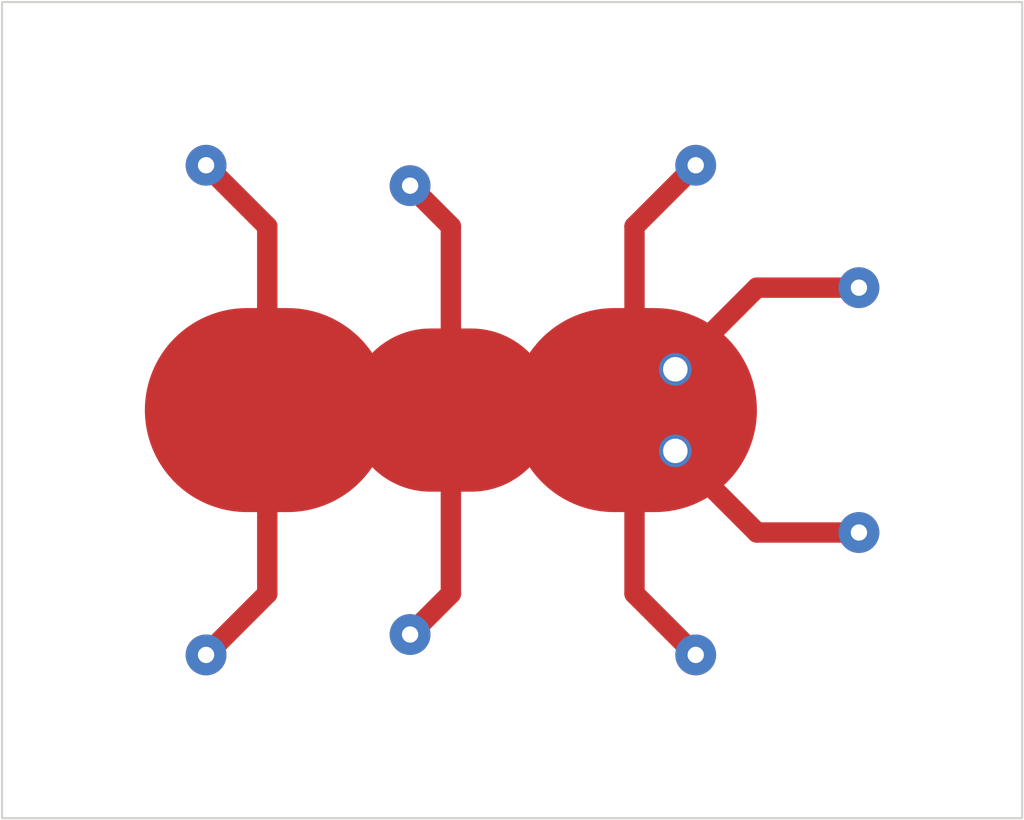
<source format=kicad_pcb>
(kicad_pcb (version 20211014) (generator pcbnew)
  (layers (0 "F.Cu" signal) (31 "B.Cu" signal) (34 "B.Paste" user) (35 "F.Paste" user) (36 "B.SilkS" user "B.Silkscreen") (37 "F.SilkS" user "F.Silkscreen") (38 "B.Mask" user) (39 "F.Mask" user) (44 "Edge.Cuts" user))
  (net 0 "")
  (footprint "" (layer "F.Cu") (at 140.5 90)
    (fp_text reference "" hide)
    (fp_text value "" hide)
    (pad "P$1" smd oval locked (at 0 0 90) (size 5 6) (layers "F.Cu"))
  )
  (footprint "Connectors:PAD.03X.05" (layer "F.Cu") (at 136 90)
    (fp_text reference "Ref**" hide)
    (fp_text value "Val**" hide)
    (pad "P$1" smd oval locked (at 0 0) (size 5 4) (layers "F.Cu"))
  )
  (footprint "" (layer "F.Cu") (at 131.5 90)
    (fp_text reference "" hide)
    (fp_text value "" hide)
    (pad "P$1" smd oval locked (at 0 0 90) (size 5 6) (layers "F.Cu"))
  )
  (gr_rect (start 125 80) (end 150 100) (layer "Edge.Cuts") (width 0.05) (fill none))
  (segment (start 136 94.5) (end 136 90) (width 0.5) (layer "F.Cu") (net 0))
  (segment (start 136 85.5) (end 136 90) (width 0.5) (layer "F.Cu") (net 0))
  (segment (start 140.5 94.5) (end 140.5 90) (width 0.5) (layer "F.Cu") (net 0))
  (segment (start 135 95.5) (end 136 94.5) (width 0.5) (layer "F.Cu") (net 0))
  (segment (start 141.75 88.75) (end 141.5 89) (width 0.5) (layer "F.Cu") (net 0))
  (segment (start 131.5 85.5) (end 131.5 94.5) (width 0.5) (layer "F.Cu") (net 0))
  (segment (start 143.5 87) (end 141.75 88.75) (width 0.5) (layer "F.Cu") (net 0))
  (segment (start 143.5 93) (end 141.75 91.25) (width 0.5) (layer "F.Cu") (net 0))
  (segment (start 141.5 89) (end 140.5 90) (width 0.5) (layer "F.Cu") (net 0))
  (segment (start 131.5 94.5) (end 130 96) (width 0.5) (layer "F.Cu") (net 0))
  (segment (start 135 84.5) (end 136 85.5) (width 0.5) (layer "F.Cu") (net 0))
  (segment (start 142 96) (end 140.5 94.5) (width 0.5) (layer "F.Cu") (net 0))
  (segment (start 146 93) (end 143.5 93) (width 0.5) (layer "F.Cu") (net 0))
  (segment (start 146 87) (end 143.5 87) (width 0.5) (layer "F.Cu") (net 0))
  (segment (start 140.5 85.5) (end 140.5 90) (width 0.5) (layer "F.Cu") (net 0))
  (segment (start 141.75 91.25) (end 141.5 91) (width 0.5) (layer "F.Cu") (net 0))
  (segment (start 130 84) (end 131.5 85.5) (width 0.5) (layer "F.Cu") (net 0))
  (segment (start 142 84) (end 140.5 85.5) (width 0.5) (layer "F.Cu") (net 0))
  (segment (start 141.5 91) (end 140.5 90) (width 0.5) (layer "F.Cu") (net 0))
  (via (at 130 96) (size 1) (drill 0.4) (layers "F.Cu" "B.Cu") (net 0))
  (via (at 130 84) (size 1) (drill 0.4) (layers "F.Cu" "B.Cu") (net 0))
  (via (at 135 95.5) (size 1) (drill 0.4) (layers "F.Cu" "B.Cu") (net 0))
  (via (at 141.5 91) (size 0.8) (drill 0.6) (layers "F.Cu" "B.Cu") (net 0))
  (via (at 146 93) (size 1) (drill 0.4) (layers "F.Cu" "B.Cu") (net 0))
  (via (at 135 84.5) (size 1) (drill 0.4) (layers "F.Cu" "B.Cu") (net 0))
  (via (at 141.5 89) (size 0.8) (drill 0.6) (layers "F.Cu" "B.Cu") (net 0))
  (via (at 146 87) (size 1) (drill 0.4) (layers "F.Cu" "B.Cu") (net 0))
  (via (at 142 84) (size 1) (drill 0.4) (layers "F.Cu" "B.Cu") (net 0))
  (via (at 142 96) (size 1) (drill 0.4) (layers "F.Cu" "B.Cu") (net 0))
)
</source>
